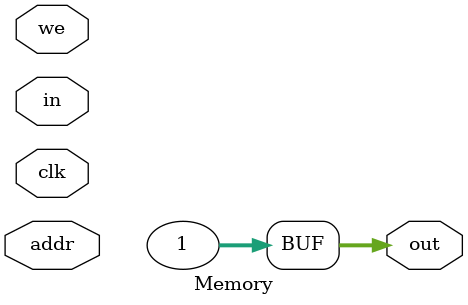
<source format=v>
module Memory
#(parameter addWidth=6, dataWidth=32)
(
input clk, we,
input [addWidth-1:0] addr, //address for read/write operation
input [dataWidth-1:0] in, //input data
output [dataWidth-1:0] out //output insturction or generic data
); 


//add test program to instuction memory
//this would be done by compiler tool chain (loader)
	`ifdef pipelined_program
		initial $readmemh("datapath/pipelined_program", RAM);
	`endif


//this should be a 32 (column) x 64 (row) memory array 1024 B = 1 KB
//0000000000000000000000000000001
//0000000000000000000000000000001
//64
//0000000000000000000000000000001

	reg [dataWidth-1:0] RAM [2**addWidth-1:0]; //this is the actual program instructions

	assign out = 6'b00001;//RAM[addr]; //async read

	always@(posedge clk) begin
		if(we) RAM[addr] <= in; //this should select a row and write di to it
	end


endmodule

</source>
